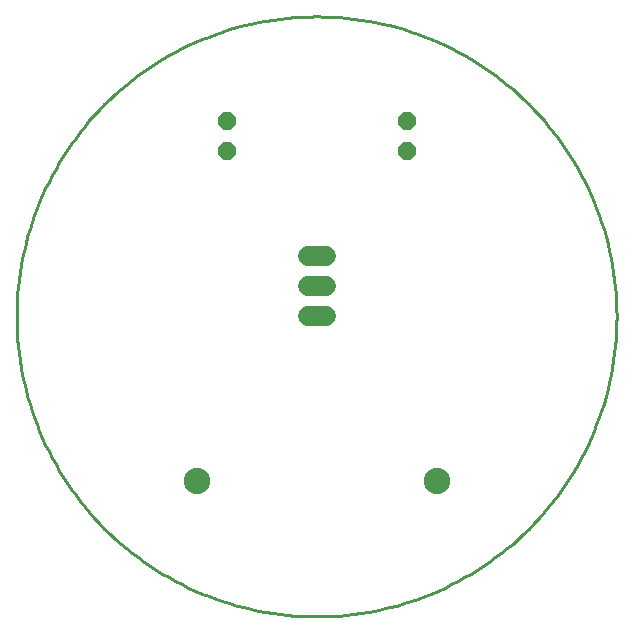
<source format=gts>
G75*
%MOIN*%
%OFA0B0*%
%FSLAX25Y25*%
%IPPOS*%
%LPD*%
%AMOC8*
5,1,8,0,0,1.08239X$1,22.5*
%
%ADD10C,0.01000*%
%ADD11C,0.08800*%
%ADD12OC8,0.06000*%
%ADD13C,0.06800*%
D10*
X0001500Y0101500D02*
X0001530Y0103954D01*
X0001620Y0106407D01*
X0001771Y0108856D01*
X0001982Y0111302D01*
X0002252Y0113741D01*
X0002582Y0116173D01*
X0002972Y0118596D01*
X0003421Y0121009D01*
X0003930Y0123410D01*
X0004497Y0125798D01*
X0005122Y0128171D01*
X0005806Y0130528D01*
X0006547Y0132868D01*
X0007346Y0135189D01*
X0008201Y0137490D01*
X0009112Y0139768D01*
X0010079Y0142024D01*
X0011101Y0144256D01*
X0012178Y0146461D01*
X0013308Y0148640D01*
X0014491Y0150790D01*
X0015727Y0152910D01*
X0017015Y0155000D01*
X0018353Y0157057D01*
X0019742Y0159081D01*
X0021179Y0161070D01*
X0022665Y0163023D01*
X0024199Y0164939D01*
X0025779Y0166817D01*
X0027405Y0168656D01*
X0029075Y0170454D01*
X0030789Y0172211D01*
X0032546Y0173925D01*
X0034344Y0175595D01*
X0036183Y0177221D01*
X0038061Y0178801D01*
X0039977Y0180335D01*
X0041930Y0181821D01*
X0043919Y0183258D01*
X0045943Y0184647D01*
X0048000Y0185985D01*
X0050090Y0187273D01*
X0052210Y0188509D01*
X0054360Y0189692D01*
X0056539Y0190822D01*
X0058744Y0191899D01*
X0060976Y0192921D01*
X0063232Y0193888D01*
X0065510Y0194799D01*
X0067811Y0195654D01*
X0070132Y0196453D01*
X0072472Y0197194D01*
X0074829Y0197878D01*
X0077202Y0198503D01*
X0079590Y0199070D01*
X0081991Y0199579D01*
X0084404Y0200028D01*
X0086827Y0200418D01*
X0089259Y0200748D01*
X0091698Y0201018D01*
X0094144Y0201229D01*
X0096593Y0201380D01*
X0099046Y0201470D01*
X0101500Y0201500D01*
X0103954Y0201470D01*
X0106407Y0201380D01*
X0108856Y0201229D01*
X0111302Y0201018D01*
X0113741Y0200748D01*
X0116173Y0200418D01*
X0118596Y0200028D01*
X0121009Y0199579D01*
X0123410Y0199070D01*
X0125798Y0198503D01*
X0128171Y0197878D01*
X0130528Y0197194D01*
X0132868Y0196453D01*
X0135189Y0195654D01*
X0137490Y0194799D01*
X0139768Y0193888D01*
X0142024Y0192921D01*
X0144256Y0191899D01*
X0146461Y0190822D01*
X0148640Y0189692D01*
X0150790Y0188509D01*
X0152910Y0187273D01*
X0155000Y0185985D01*
X0157057Y0184647D01*
X0159081Y0183258D01*
X0161070Y0181821D01*
X0163023Y0180335D01*
X0164939Y0178801D01*
X0166817Y0177221D01*
X0168656Y0175595D01*
X0170454Y0173925D01*
X0172211Y0172211D01*
X0173925Y0170454D01*
X0175595Y0168656D01*
X0177221Y0166817D01*
X0178801Y0164939D01*
X0180335Y0163023D01*
X0181821Y0161070D01*
X0183258Y0159081D01*
X0184647Y0157057D01*
X0185985Y0155000D01*
X0187273Y0152910D01*
X0188509Y0150790D01*
X0189692Y0148640D01*
X0190822Y0146461D01*
X0191899Y0144256D01*
X0192921Y0142024D01*
X0193888Y0139768D01*
X0194799Y0137490D01*
X0195654Y0135189D01*
X0196453Y0132868D01*
X0197194Y0130528D01*
X0197878Y0128171D01*
X0198503Y0125798D01*
X0199070Y0123410D01*
X0199579Y0121009D01*
X0200028Y0118596D01*
X0200418Y0116173D01*
X0200748Y0113741D01*
X0201018Y0111302D01*
X0201229Y0108856D01*
X0201380Y0106407D01*
X0201470Y0103954D01*
X0201500Y0101500D01*
X0201470Y0099046D01*
X0201380Y0096593D01*
X0201229Y0094144D01*
X0201018Y0091698D01*
X0200748Y0089259D01*
X0200418Y0086827D01*
X0200028Y0084404D01*
X0199579Y0081991D01*
X0199070Y0079590D01*
X0198503Y0077202D01*
X0197878Y0074829D01*
X0197194Y0072472D01*
X0196453Y0070132D01*
X0195654Y0067811D01*
X0194799Y0065510D01*
X0193888Y0063232D01*
X0192921Y0060976D01*
X0191899Y0058744D01*
X0190822Y0056539D01*
X0189692Y0054360D01*
X0188509Y0052210D01*
X0187273Y0050090D01*
X0185985Y0048000D01*
X0184647Y0045943D01*
X0183258Y0043919D01*
X0181821Y0041930D01*
X0180335Y0039977D01*
X0178801Y0038061D01*
X0177221Y0036183D01*
X0175595Y0034344D01*
X0173925Y0032546D01*
X0172211Y0030789D01*
X0170454Y0029075D01*
X0168656Y0027405D01*
X0166817Y0025779D01*
X0164939Y0024199D01*
X0163023Y0022665D01*
X0161070Y0021179D01*
X0159081Y0019742D01*
X0157057Y0018353D01*
X0155000Y0017015D01*
X0152910Y0015727D01*
X0150790Y0014491D01*
X0148640Y0013308D01*
X0146461Y0012178D01*
X0144256Y0011101D01*
X0142024Y0010079D01*
X0139768Y0009112D01*
X0137490Y0008201D01*
X0135189Y0007346D01*
X0132868Y0006547D01*
X0130528Y0005806D01*
X0128171Y0005122D01*
X0125798Y0004497D01*
X0123410Y0003930D01*
X0121009Y0003421D01*
X0118596Y0002972D01*
X0116173Y0002582D01*
X0113741Y0002252D01*
X0111302Y0001982D01*
X0108856Y0001771D01*
X0106407Y0001620D01*
X0103954Y0001530D01*
X0101500Y0001500D01*
X0099046Y0001530D01*
X0096593Y0001620D01*
X0094144Y0001771D01*
X0091698Y0001982D01*
X0089259Y0002252D01*
X0086827Y0002582D01*
X0084404Y0002972D01*
X0081991Y0003421D01*
X0079590Y0003930D01*
X0077202Y0004497D01*
X0074829Y0005122D01*
X0072472Y0005806D01*
X0070132Y0006547D01*
X0067811Y0007346D01*
X0065510Y0008201D01*
X0063232Y0009112D01*
X0060976Y0010079D01*
X0058744Y0011101D01*
X0056539Y0012178D01*
X0054360Y0013308D01*
X0052210Y0014491D01*
X0050090Y0015727D01*
X0048000Y0017015D01*
X0045943Y0018353D01*
X0043919Y0019742D01*
X0041930Y0021179D01*
X0039977Y0022665D01*
X0038061Y0024199D01*
X0036183Y0025779D01*
X0034344Y0027405D01*
X0032546Y0029075D01*
X0030789Y0030789D01*
X0029075Y0032546D01*
X0027405Y0034344D01*
X0025779Y0036183D01*
X0024199Y0038061D01*
X0022665Y0039977D01*
X0021179Y0041930D01*
X0019742Y0043919D01*
X0018353Y0045943D01*
X0017015Y0048000D01*
X0015727Y0050090D01*
X0014491Y0052210D01*
X0013308Y0054360D01*
X0012178Y0056539D01*
X0011101Y0058744D01*
X0010079Y0060976D01*
X0009112Y0063232D01*
X0008201Y0065510D01*
X0007346Y0067811D01*
X0006547Y0070132D01*
X0005806Y0072472D01*
X0005122Y0074829D01*
X0004497Y0077202D01*
X0003930Y0079590D01*
X0003421Y0081991D01*
X0002972Y0084404D01*
X0002582Y0086827D01*
X0002252Y0089259D01*
X0001982Y0091698D01*
X0001771Y0094144D01*
X0001620Y0096593D01*
X0001530Y0099046D01*
X0001500Y0101500D01*
D11*
X0061500Y0046500D03*
X0141500Y0046500D03*
D12*
X0131500Y0156500D03*
X0131500Y0166500D03*
X0071500Y0166500D03*
X0071500Y0156500D03*
D13*
X0098500Y0121500D02*
X0104500Y0121500D01*
X0104500Y0111500D02*
X0098500Y0111500D01*
X0098500Y0101500D02*
X0104500Y0101500D01*
M02*

</source>
